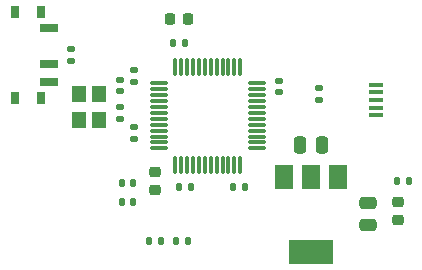
<source format=gbr>
%TF.GenerationSoftware,KiCad,Pcbnew,(6.0.10)*%
%TF.CreationDate,2024-12-04T22:05:22+05:30*%
%TF.ProjectId,STM32 Based PCB Design,53544d33-3220-4426-9173-656420504342,rev?*%
%TF.SameCoordinates,Original*%
%TF.FileFunction,Paste,Top*%
%TF.FilePolarity,Positive*%
%FSLAX46Y46*%
G04 Gerber Fmt 4.6, Leading zero omitted, Abs format (unit mm)*
G04 Created by KiCad (PCBNEW (6.0.10)) date 2024-12-04 22:05:22*
%MOMM*%
%LPD*%
G01*
G04 APERTURE LIST*
G04 Aperture macros list*
%AMRoundRect*
0 Rectangle with rounded corners*
0 $1 Rounding radius*
0 $2 $3 $4 $5 $6 $7 $8 $9 X,Y pos of 4 corners*
0 Add a 4 corners polygon primitive as box body*
4,1,4,$2,$3,$4,$5,$6,$7,$8,$9,$2,$3,0*
0 Add four circle primitives for the rounded corners*
1,1,$1+$1,$2,$3*
1,1,$1+$1,$4,$5*
1,1,$1+$1,$6,$7*
1,1,$1+$1,$8,$9*
0 Add four rect primitives between the rounded corners*
20,1,$1+$1,$2,$3,$4,$5,0*
20,1,$1+$1,$4,$5,$6,$7,0*
20,1,$1+$1,$6,$7,$8,$9,0*
20,1,$1+$1,$8,$9,$2,$3,0*%
G04 Aperture macros list end*
%ADD10RoundRect,0.075000X-0.662500X-0.075000X0.662500X-0.075000X0.662500X0.075000X-0.662500X0.075000X0*%
%ADD11RoundRect,0.075000X-0.075000X-0.662500X0.075000X-0.662500X0.075000X0.662500X-0.075000X0.662500X0*%
%ADD12R,1.300000X0.450000*%
%ADD13RoundRect,0.218750X-0.256250X0.218750X-0.256250X-0.218750X0.256250X-0.218750X0.256250X0.218750X0*%
%ADD14RoundRect,0.140000X0.140000X0.170000X-0.140000X0.170000X-0.140000X-0.170000X0.140000X-0.170000X0*%
%ADD15RoundRect,0.140000X-0.140000X-0.170000X0.140000X-0.170000X0.140000X0.170000X-0.140000X0.170000X0*%
%ADD16RoundRect,0.135000X0.135000X0.185000X-0.135000X0.185000X-0.135000X-0.185000X0.135000X-0.185000X0*%
%ADD17RoundRect,0.140000X0.170000X-0.140000X0.170000X0.140000X-0.170000X0.140000X-0.170000X-0.140000X0*%
%ADD18RoundRect,0.135000X-0.135000X-0.185000X0.135000X-0.185000X0.135000X0.185000X-0.135000X0.185000X0*%
%ADD19RoundRect,0.250000X-0.250000X-0.475000X0.250000X-0.475000X0.250000X0.475000X-0.250000X0.475000X0*%
%ADD20RoundRect,0.225000X-0.225000X-0.250000X0.225000X-0.250000X0.225000X0.250000X-0.225000X0.250000X0*%
%ADD21RoundRect,0.135000X-0.185000X0.135000X-0.185000X-0.135000X0.185000X-0.135000X0.185000X0.135000X0*%
%ADD22RoundRect,0.140000X-0.170000X0.140000X-0.170000X-0.140000X0.170000X-0.140000X0.170000X0.140000X0*%
%ADD23R,0.800000X1.000000*%
%ADD24R,1.500000X0.700000*%
%ADD25RoundRect,0.135000X0.185000X-0.135000X0.185000X0.135000X-0.185000X0.135000X-0.185000X-0.135000X0*%
%ADD26R,1.500000X2.000000*%
%ADD27R,3.800000X2.000000*%
%ADD28R,1.200000X1.400000*%
%ADD29RoundRect,0.250000X0.475000X-0.250000X0.475000X0.250000X-0.475000X0.250000X-0.475000X-0.250000X0*%
G04 APERTURE END LIST*
D10*
%TO.C,U1*%
X197911500Y-87750000D03*
X197911500Y-88250000D03*
X197911500Y-88750000D03*
X197911500Y-89250000D03*
X197911500Y-89750000D03*
X197911500Y-90250000D03*
X197911500Y-90750000D03*
X197911500Y-91250000D03*
X197911500Y-91750000D03*
X197911500Y-92250000D03*
X197911500Y-92750000D03*
X197911500Y-93250000D03*
D11*
X199324000Y-94662500D03*
X199824000Y-94662500D03*
X200324000Y-94662500D03*
X200824000Y-94662500D03*
X201324000Y-94662500D03*
X201824000Y-94662500D03*
X202324000Y-94662500D03*
X202824000Y-94662500D03*
X203324000Y-94662500D03*
X203824000Y-94662500D03*
X204324000Y-94662500D03*
X204824000Y-94662500D03*
D10*
X206236500Y-93250000D03*
X206236500Y-92750000D03*
X206236500Y-92250000D03*
X206236500Y-91750000D03*
X206236500Y-91250000D03*
X206236500Y-90750000D03*
X206236500Y-90250000D03*
X206236500Y-89750000D03*
X206236500Y-89250000D03*
X206236500Y-88750000D03*
X206236500Y-88250000D03*
X206236500Y-87750000D03*
D11*
X204824000Y-86337500D03*
X204324000Y-86337500D03*
X203824000Y-86337500D03*
X203324000Y-86337500D03*
X202824000Y-86337500D03*
X202324000Y-86337500D03*
X201824000Y-86337500D03*
X201324000Y-86337500D03*
X200824000Y-86337500D03*
X200324000Y-86337500D03*
X199824000Y-86337500D03*
X199324000Y-86337500D03*
%TD*%
D12*
%TO.C,J4*%
X216286000Y-90454000D03*
X216286000Y-89804000D03*
X216286000Y-89154000D03*
X216286000Y-88504000D03*
X216286000Y-87854000D03*
%TD*%
D13*
%TO.C,D1*%
X218186000Y-97764500D03*
X218186000Y-99339500D03*
%TD*%
D14*
%TO.C,C7*%
X195769672Y-96186000D03*
X194809672Y-96186000D03*
%TD*%
D13*
%TO.C,FB1*%
X197574000Y-95212500D03*
X197574000Y-96787500D03*
%TD*%
D15*
%TO.C,C9*%
X199672000Y-96520000D03*
X200632000Y-96520000D03*
%TD*%
D16*
%TO.C,R2*%
X198122000Y-101092000D03*
X197102000Y-101092000D03*
%TD*%
D14*
%TO.C,C3*%
X205204000Y-96520000D03*
X204244000Y-96520000D03*
%TD*%
D17*
%TO.C,C2*%
X195834000Y-87602000D03*
X195834000Y-86642000D03*
%TD*%
%TO.C,C11*%
X194670000Y-90750000D03*
X194670000Y-89790000D03*
%TD*%
D18*
%TO.C,R5*%
X218058000Y-96012000D03*
X219078000Y-96012000D03*
%TD*%
D14*
%TO.C,C8*%
X195769672Y-97826000D03*
X194809672Y-97826000D03*
%TD*%
D19*
%TO.C,C12*%
X209870000Y-92964000D03*
X211770000Y-92964000D03*
%TD*%
D20*
%TO.C,C1*%
X198869000Y-82296000D03*
X200419000Y-82296000D03*
%TD*%
D21*
%TO.C,R4*%
X211454000Y-88136000D03*
X211454000Y-89156000D03*
%TD*%
D22*
%TO.C,C4*%
X208074000Y-87520000D03*
X208074000Y-88480000D03*
%TD*%
D17*
%TO.C,C6*%
X195834000Y-92428000D03*
X195834000Y-91468000D03*
%TD*%
D23*
%TO.C,SW1*%
X185735000Y-88994000D03*
X187945000Y-88994000D03*
X185735000Y-81694000D03*
X187945000Y-81694000D03*
D24*
X188595000Y-83094000D03*
X188595000Y-86094000D03*
X188595000Y-87594000D03*
%TD*%
D17*
%TO.C,C10*%
X194670000Y-88436000D03*
X194670000Y-87476000D03*
%TD*%
D15*
%TO.C,C5*%
X199164000Y-84328000D03*
X200124000Y-84328000D03*
%TD*%
D18*
%TO.C,R3*%
X199388000Y-101092000D03*
X200408000Y-101092000D03*
%TD*%
D25*
%TO.C,R1*%
X190500000Y-85854000D03*
X190500000Y-84834000D03*
%TD*%
D26*
%TO.C,U2*%
X213125846Y-95704000D03*
X210825846Y-95704000D03*
D27*
X210825846Y-102004000D03*
D26*
X208525846Y-95704000D03*
%TD*%
D28*
%TO.C,Y1*%
X191174000Y-88646000D03*
X191174000Y-90846000D03*
X192874000Y-90846000D03*
X192874000Y-88646000D03*
%TD*%
D29*
%TO.C,C13*%
X215646000Y-99756000D03*
X215646000Y-97856000D03*
%TD*%
M02*

</source>
